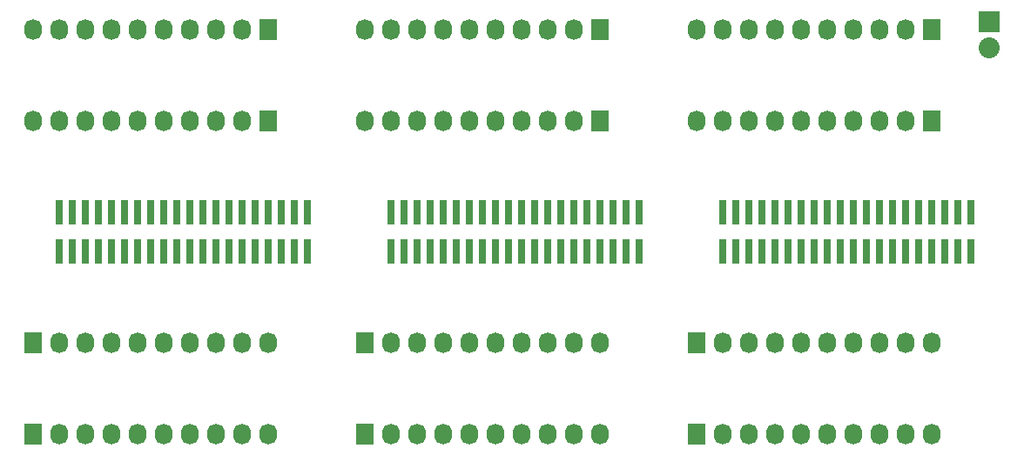
<source format=gts>
G04 #@! TF.FileFunction,Soldermask,Top*
%FSLAX46Y46*%
G04 Gerber Fmt 4.6, Leading zero omitted, Abs format (unit mm)*
G04 Created by KiCad (PCBNEW 4.0.0-rc2-stable) date Fri 13 Nov 2015 02:52:16 PM MST*
%MOMM*%
G01*
G04 APERTURE LIST*
%ADD10C,0.150000*%
%ADD11R,2.032000X2.032000*%
%ADD12O,2.032000X2.032000*%
%ADD13R,0.760000X2.400000*%
%ADD14R,1.727200X2.032000*%
%ADD15O,1.727200X2.032000*%
G04 APERTURE END LIST*
D10*
D11*
X204978000Y-73152000D03*
D12*
X204978000Y-75692000D03*
D13*
X114554000Y-95504000D03*
X114554000Y-91694000D03*
X115824000Y-91694000D03*
X115824000Y-95504000D03*
X118364000Y-95504000D03*
X118364000Y-91694000D03*
X117094000Y-91694000D03*
X117094000Y-95504000D03*
X119634000Y-91694000D03*
X119634000Y-95504000D03*
X125984000Y-95504000D03*
X125984000Y-91694000D03*
X123444000Y-95504000D03*
X123444000Y-91694000D03*
X124714000Y-91694000D03*
X124714000Y-95504000D03*
X122174000Y-95504000D03*
X122174000Y-91694000D03*
X120904000Y-91694000D03*
X120904000Y-95504000D03*
X133604000Y-95504000D03*
X133604000Y-91694000D03*
X134874000Y-91694000D03*
X134874000Y-95504000D03*
X137414000Y-95504000D03*
X137414000Y-91694000D03*
X136144000Y-91694000D03*
X136144000Y-95504000D03*
X138684000Y-91694000D03*
X138684000Y-95504000D03*
X132334000Y-95504000D03*
X132334000Y-91694000D03*
X129794000Y-95504000D03*
X129794000Y-91694000D03*
X131064000Y-91694000D03*
X131064000Y-95504000D03*
X128524000Y-95504000D03*
X128524000Y-91694000D03*
X127254000Y-91694000D03*
X127254000Y-95504000D03*
X146812000Y-95504000D03*
X146812000Y-91694000D03*
X148082000Y-91694000D03*
X148082000Y-95504000D03*
X150622000Y-95504000D03*
X150622000Y-91694000D03*
X149352000Y-91694000D03*
X149352000Y-95504000D03*
X151892000Y-91694000D03*
X151892000Y-95504000D03*
X158242000Y-95504000D03*
X158242000Y-91694000D03*
X155702000Y-95504000D03*
X155702000Y-91694000D03*
X156972000Y-91694000D03*
X156972000Y-95504000D03*
X154432000Y-95504000D03*
X154432000Y-91694000D03*
X153162000Y-91694000D03*
X153162000Y-95504000D03*
X165862000Y-95504000D03*
X165862000Y-91694000D03*
X167132000Y-91694000D03*
X167132000Y-95504000D03*
X169672000Y-95504000D03*
X169672000Y-91694000D03*
X168402000Y-91694000D03*
X168402000Y-95504000D03*
X170942000Y-91694000D03*
X170942000Y-95504000D03*
X164592000Y-95504000D03*
X164592000Y-91694000D03*
X162052000Y-95504000D03*
X162052000Y-91694000D03*
X163322000Y-91694000D03*
X163322000Y-95504000D03*
X160782000Y-95504000D03*
X160782000Y-91694000D03*
X159512000Y-91694000D03*
X159512000Y-95504000D03*
X179070000Y-95504000D03*
X179070000Y-91694000D03*
X180340000Y-91694000D03*
X180340000Y-95504000D03*
X182880000Y-95504000D03*
X182880000Y-91694000D03*
X181610000Y-91694000D03*
X181610000Y-95504000D03*
X184150000Y-91694000D03*
X184150000Y-95504000D03*
X190500000Y-95504000D03*
X190500000Y-91694000D03*
X187960000Y-95504000D03*
X187960000Y-91694000D03*
X189230000Y-91694000D03*
X189230000Y-95504000D03*
X186690000Y-95504000D03*
X186690000Y-91694000D03*
X185420000Y-91694000D03*
X185420000Y-95504000D03*
X198120000Y-95504000D03*
X198120000Y-91694000D03*
X199390000Y-91694000D03*
X199390000Y-95504000D03*
X201930000Y-95504000D03*
X201930000Y-91694000D03*
X200660000Y-91694000D03*
X200660000Y-95504000D03*
X203200000Y-91694000D03*
X203200000Y-95504000D03*
X196850000Y-95504000D03*
X196850000Y-91694000D03*
X194310000Y-95504000D03*
X194310000Y-91694000D03*
X195580000Y-91694000D03*
X195580000Y-95504000D03*
X193040000Y-95504000D03*
X193040000Y-91694000D03*
X191770000Y-91694000D03*
X191770000Y-95504000D03*
D14*
X112014000Y-104394000D03*
D15*
X114554000Y-104394000D03*
X117094000Y-104394000D03*
X119634000Y-104394000D03*
X122174000Y-104394000D03*
X124714000Y-104394000D03*
X127254000Y-104394000D03*
X129794000Y-104394000D03*
X132334000Y-104394000D03*
X134874000Y-104394000D03*
D14*
X112014000Y-113284000D03*
D15*
X114554000Y-113284000D03*
X117094000Y-113284000D03*
X119634000Y-113284000D03*
X122174000Y-113284000D03*
X124714000Y-113284000D03*
X127254000Y-113284000D03*
X129794000Y-113284000D03*
X132334000Y-113284000D03*
X134874000Y-113284000D03*
D14*
X134874000Y-82804000D03*
D15*
X132334000Y-82804000D03*
X129794000Y-82804000D03*
X127254000Y-82804000D03*
X124714000Y-82804000D03*
X122174000Y-82804000D03*
X119634000Y-82804000D03*
X117094000Y-82804000D03*
X114554000Y-82804000D03*
X112014000Y-82804000D03*
D14*
X134874000Y-73914000D03*
D15*
X132334000Y-73914000D03*
X129794000Y-73914000D03*
X127254000Y-73914000D03*
X124714000Y-73914000D03*
X122174000Y-73914000D03*
X119634000Y-73914000D03*
X117094000Y-73914000D03*
X114554000Y-73914000D03*
X112014000Y-73914000D03*
D14*
X144272000Y-104394000D03*
D15*
X146812000Y-104394000D03*
X149352000Y-104394000D03*
X151892000Y-104394000D03*
X154432000Y-104394000D03*
X156972000Y-104394000D03*
X159512000Y-104394000D03*
X162052000Y-104394000D03*
X164592000Y-104394000D03*
X167132000Y-104394000D03*
D14*
X144272000Y-113284000D03*
D15*
X146812000Y-113284000D03*
X149352000Y-113284000D03*
X151892000Y-113284000D03*
X154432000Y-113284000D03*
X156972000Y-113284000D03*
X159512000Y-113284000D03*
X162052000Y-113284000D03*
X164592000Y-113284000D03*
X167132000Y-113284000D03*
D14*
X167132000Y-82804000D03*
D15*
X164592000Y-82804000D03*
X162052000Y-82804000D03*
X159512000Y-82804000D03*
X156972000Y-82804000D03*
X154432000Y-82804000D03*
X151892000Y-82804000D03*
X149352000Y-82804000D03*
X146812000Y-82804000D03*
X144272000Y-82804000D03*
D14*
X167132000Y-73914000D03*
D15*
X164592000Y-73914000D03*
X162052000Y-73914000D03*
X159512000Y-73914000D03*
X156972000Y-73914000D03*
X154432000Y-73914000D03*
X151892000Y-73914000D03*
X149352000Y-73914000D03*
X146812000Y-73914000D03*
X144272000Y-73914000D03*
D14*
X176530000Y-104394000D03*
D15*
X179070000Y-104394000D03*
X181610000Y-104394000D03*
X184150000Y-104394000D03*
X186690000Y-104394000D03*
X189230000Y-104394000D03*
X191770000Y-104394000D03*
X194310000Y-104394000D03*
X196850000Y-104394000D03*
X199390000Y-104394000D03*
D14*
X176530000Y-113284000D03*
D15*
X179070000Y-113284000D03*
X181610000Y-113284000D03*
X184150000Y-113284000D03*
X186690000Y-113284000D03*
X189230000Y-113284000D03*
X191770000Y-113284000D03*
X194310000Y-113284000D03*
X196850000Y-113284000D03*
X199390000Y-113284000D03*
D14*
X199390000Y-82804000D03*
D15*
X196850000Y-82804000D03*
X194310000Y-82804000D03*
X191770000Y-82804000D03*
X189230000Y-82804000D03*
X186690000Y-82804000D03*
X184150000Y-82804000D03*
X181610000Y-82804000D03*
X179070000Y-82804000D03*
X176530000Y-82804000D03*
D14*
X199390000Y-73914000D03*
D15*
X196850000Y-73914000D03*
X194310000Y-73914000D03*
X191770000Y-73914000D03*
X189230000Y-73914000D03*
X186690000Y-73914000D03*
X184150000Y-73914000D03*
X181610000Y-73914000D03*
X179070000Y-73914000D03*
X176530000Y-73914000D03*
M02*

</source>
